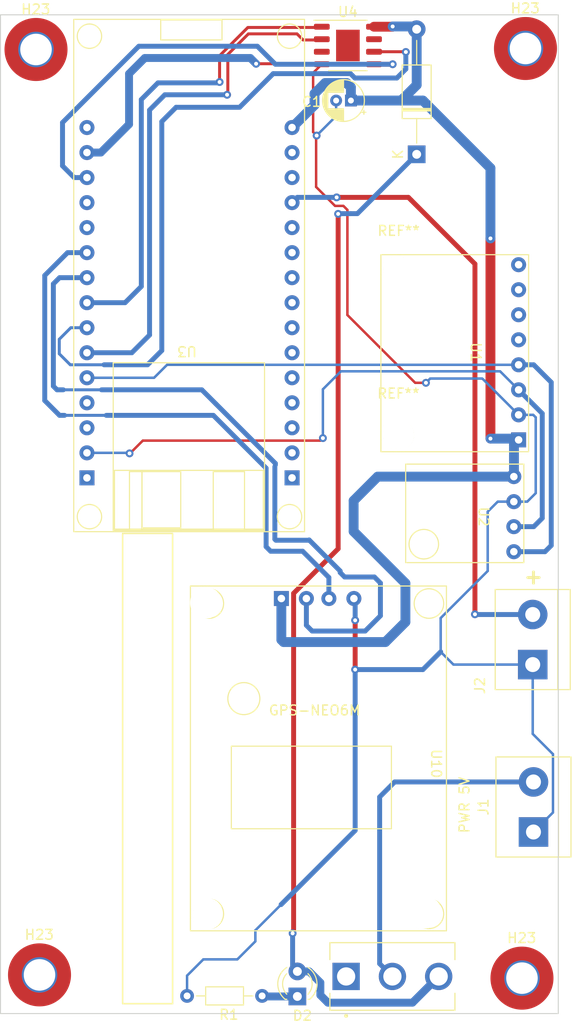
<source format=kicad_pcb>
(kicad_pcb (version 20211014) (generator pcbnew)
  (layers (0 "F.Cu" signal) (31 "B.Cu" signal) (34 "B.Paste" user) (35 "F.Paste" user) (36 "B.SilkS" user "B.Silkscreen") (37 "F.SilkS" user "F.Silkscreen") (38 "B.Mask" user) (39 "F.Mask" user) (44 "Edge.Cuts" user))
  (net 0 "")
  (net 1 "+5V")
  (net 2 "GND")
  (net 3 "Net-(D1-Pad1)")
  (net 4 "Net-(J1-Pad2)")
  (net 5 "SCL")
  (net 6 "SDA")
  (net 11 "CS")
  (net 12 "D0")
  (net 13 "~{CLK}")
  (net 14 "DI")
  (net 15 "CLK")
  (net 16 "~{HOLD}")
  (net 36 "ACTIVATE_EJECT")
  (net 38 "Net-(D2-Pad1)")
  (net 39 "GPS_TX")
  (net 40 "GPS_RX")
  (footprint "TerminalBlock:TerminalBlock_bornier-2_P5.08mm" (layer "F.Cu") (at 214.122 114.9096 90)
    (fp_text reference "J1" (at 2.54 -5.08 90) (layer "F.SilkS"))
    (fp_text value "PWR 5V" (at 2.7432 -7.0104 90) (layer "F.SilkS"))
    (fp_line (start -2.54 -3.81) (end -2.54 3.81) (layer "F.SilkS") (width 0.12))
    (fp_line (start 7.62 3.81) (end 7.62 -3.81) (layer "F.SilkS") (width 0.12))
    (fp_line (start 7.62 -3.81) (end -2.54 -3.81) (layer "F.SilkS") (width 0.12))
    (fp_line (start -2.54 3.81) (end 7.62 3.81) (layer "F.SilkS") (width 0.12))
    (fp_line (start 7.62 2.54) (end -2.54 2.54) (layer "F.SilkS") (width 0.12))
    (pad "1" thru_hole rect (at 0 0 90) (size 3 3) (drill 1.52) (layers *.Cu *.Mask) (net 2 "GND"))
    (pad "2" thru_hole circle (at 5.08 0 90) (size 3 3) (drill 1.52) (layers *.Cu *.Mask) (net 4 "Net-(J1-Pad2)"))
  )
  (footprint "MountingHole:MountingHole_3.2mm_M3_Pad_TopOnly" (layer "F.Cu") (at 163.957 129.413)
    (fp_text reference "H23" (at -0.0254 -4.073) (layer "F.SilkS"))
    (fp_text value "MountingHole_Pad" hide)
    (pad "1" connect circle (at 0 0) (size 6.4 6.4) (layers "F.Cu" "F.Mask"))
    (pad "1" thru_hole circle (at 0 0) (size 3.6 3.6) (drill 3.2) (layers *.Cu *.Mask))
  )
  (footprint "custom-footprints:GPS-NEO6M" (layer "F.Cu") (at 205.2828 89.9414 -90)
    (fp_text reference "U10" (at 18.034 1.04 -90 unlocked) (layer "F.SilkS"))
    (fp_text value "GPS-NEO6M" (at 12.6238 13.3858 unlocked) (layer "F.SilkS"))
    (fp_rect (start 16.256 5.588) (end 24.638 21.844) (layer "F.SilkS") (width 0.12) (fill none))
    (fp_rect (start 0 0) (end 35 26) (layer "F.SilkS") (width 0.12) (fill none))
    (fp_circle (center 1.778 1.778) (end 3.278 1.778) (layer "F.SilkS") (width 0.12) (fill none))
    (fp_circle (center 11.43 20.574) (end 12.7 21.59) (layer "F.SilkS") (width 0.12) (fill none))
    (fp_circle (center 33.274 1.778) (end 34.774 1.778) (layer "F.SilkS") (width 0.12) (fill none))
    (fp_circle (center 33.274 24.13) (end 34.774 24.13) (layer "F.SilkS") (width 0.12) (fill none))
    (fp_circle (center 1.778 24.13) (end 3.278 24.13) (layer "F.SilkS") (width 0.12) (fill none))
    (pad "1" thru_hole rect (at 1.27 16.764 270) (size 1.524 1.524) (drill 0.762) (layers *.Cu *.Mask) (net 1 "+5V"))
    (pad "2" thru_hole circle (at 1.27 14.224 270) (size 1.524 1.524) (drill 0.762) (layers *.Cu *.Mask) (net 40 "GPS_RX"))
    (pad "3" thru_hole circle (at 1.27 11.938 270) (size 1.524 1.524) (drill 0.762) (layers *.Cu *.Mask) (net 39 "GPS_TX"))
    (pad "4" thru_hole circle (at 1.27 9.398 270) (size 1.524 1.524) (drill 0.762) (layers *.Cu *.Mask) (net 2 "GND"))
  )
  (footprint "MountingHole:MountingHole_3.2mm_M3" (layer "F.Cu") (at 200.406 74.5998)
    (fp_text reference "REF**" (at 0 -4.2) (layer "F.SilkS"))
    (fp_text value "MountingHole_3.2mm_M3" hide)
    (pad "" np_thru_hole circle (at 0 0) (size 3.2 3.2) (drill 3.2) (layers *.Cu *.Mask))
  )
  (footprint "MountingHole:MountingHole_3.2mm_M3_Pad_TopOnly" (layer "F.Cu") (at 163.6014 35.4838)
    (fp_text reference "H23" (at -0.0254 -4.073) (layer "F.SilkS"))
    (fp_text value "MountingHole_Pad" hide)
    (pad "1" thru_hole circle (at 0 0) (size 3.6 3.6) (drill 3.2) (layers *.Cu *.Mask))
    (pad "1" connect circle (at 0 0) (size 6.4 6.4) (layers "F.Cu" "F.Mask"))
  )
  (footprint "MountingHole:MountingHole_3.2mm_M3_Pad_TopOnly" (layer "F.Cu") (at 213.3092 35.3822)
    (fp_text reference "H23" (at -0.0254 -4.073) (layer "F.SilkS"))
    (fp_text value "MountingHole_Pad" hide)
    (pad "1" connect circle (at 0 0) (size 6.4 6.4) (layers "F.Cu" "F.Mask"))
    (pad "1" thru_hole circle (at 0 0) (size 3.6 3.6) (drill 3.2) (layers *.Cu *.Mask))
  )
  (footprint "Capacitor_THT:CP_Radial_D4.0mm_P1.50mm" (layer "F.Cu") (at 195.58 40.6654 180)
    (fp_text reference "C1" (at 3.9878 -0.127) (layer "F.SilkS"))
    (fp_text value "100nF" hide)
    (fp_line (start 2.271 -1.438) (end 2.271 -0.84) (layer "F.SilkS") (width 0.12))
    (fp_line (start 2.351 -1.351) (end 2.351 1.351) (layer "F.SilkS") (width 0.12))
    (fp_line (start 2.591 -1.013) (end 2.591 1.013) (layer "F.SilkS") (width 0.12))
    (fp_line (start 1.631 0.84) (end 1.631 1.889) (layer "F.SilkS") (width 0.12))
    (fp_line (start 2.391 -1.304) (end 2.391 1.304) (layer "F.SilkS") (width 0.12))
    (fp_line (start 1.751 -1.83) (end 1.751 -0.84) (layer "F.SilkS") (width 0.12))
    (fp_line (start 1.991 -1.68) (end 1.991 -0.84) (layer "F.SilkS") (width 0.12))
    (fp_line (start 2.031 0.84) (end 2.031 1.65) (layer "F.SilkS") (width 0.12))
    (fp_line (start 0.79 -2.08) (end 0.79 -0.84) (layer "F.SilkS") (width 0.12))
    (fp_line (start -1.319801 -1.395) (end -1.319801 -0.995) (layer "F.SilkS") (width 0.12))
    (fp_line (start 1.07 -2.056) (end 1.07 -0.84) (layer "F.SilkS") (width 0.12))
    (fp_line (start 1.03 0.84) (end 1.03 2.062) (layer "F.SilkS") (width 0.12))
    (fp_line (start 1.23 0.84) (end 1.23 2.025) (layer "F.SilkS") (width 0.12))
    (fp_line (start 1.39 0.84) (end 1.39 1.982) (layer "F.SilkS") (width 0.12))
    (fp_line (start 0.95 0.84) (end 0.95 2.071) (layer "F.SilkS") (width 0.12))
    (fp_line (start 1.11 0.84) (end 1.11 2.05) (layer "F.SilkS") (width 0.12))
    (fp_line (start 1.671 0.84) (end 1.671 1.87) (layer "F.SilkS") (width 0.12))
    (fp_line (start 1.711 -1.851) (end 1.711 -0.84) (layer "F.SilkS") (width 0.12))
    (fp_line (start 2.471 -1.2) (end 2.471 1.2) (layer "F.SilkS") (width 0.12))
    (fp_line (start 1.43 -1.968) (end 1.43 -0.84) (layer "F.SilkS") (width 0.12))
    (fp_line (start 1.31 0.84) (end 1.31 2.005) (layer "F.SilkS") (width 0.12))
    (fp_line (start 1.43 0.84) (end 1.43 1.968) (layer "F.SilkS") (width 0.12))
    (fp_line (start 2.151 -1.552) (end 2.151 -0.84) (layer "F.SilkS") (width 0.12))
    (fp_line (start 2.751 -0.664) (end 2.751 0.664) (layer "F.SilkS") (width 0.12))
    (fp_line (start 0.91 -2.074) (end 0.91 -0.84) (layer "F.SilkS") (width 0.12))
    (fp_line (start 2.671 -0.859) (end 2.671 0.859) (layer "F.SilkS") (width 0.12))
    (fp_line (start 1.511 0.84) (end 1.511 1.94) (layer "F.SilkS") (width 0.12))
    (fp_line (start 1.15 0.84) (end 1.15 2.042) (layer "F.SilkS") (width 0.12))
    (fp_line (start 1.911 -1.735) (end 1.911 -0.84) (layer "F.SilkS") (width 0.12))
    (fp_line (start 1.631 -1.889) (end 1.631 -0.84) (layer "F.SilkS") (width 0.12))
    (fp_line (start 1.19 -2.034) (end 1.19 -0.84) (layer "F.SilkS") (width 0.12))
    (fp_line (start 0.95 -2.071) (end 0.95 -0.84) (layer "F.SilkS") (width 0.12))
    (fp_line (start 1.35 0.84) (end 1.35 1.994) (layer "F.SilkS") (width 0.12))
    (fp_line (start 2.111 0.84) (end 2.111 1.587) (layer "F.SilkS") (width 0.12))
    (fp_line (start 0.99 0.84) (end 0.99 2.067) (layer "F.SilkS") (width 0.12))
    (fp_line (start 1.07 0.84) (end 1.07 2.056) (layer "F.SilkS") (width 0.12))
    (fp_line (start 1.951 -1.708) (end 1.951 -0.84) (layer "F.SilkS") (width 0.12))
    (fp_line (start 1.951 0.84) (end 1.951 1.708) (layer "F.SilkS") (width 0.12))
    (fp_line (start 1.471 0.84) (end 1.471 1.954) (layer "F.SilkS") (width 0.12))
    (fp_line (start 1.23 -2.025) (end 1.23 -0.84) (layer "F.SilkS") (width 0.12))
    (fp_line (start 1.31 -2.005) (end 1.31 -0.84) (layer "F.SilkS") (width 0.12))
    (fp_line (start 1.831 -1.785) (end 1.831 -0.84) (layer "F.SilkS") (width 0.12))
    (fp_line (start 1.11 -2.05) (end 1.11 -0.84) (layer "F.SilkS") (width 0.12))
    (fp_line (start 2.231 -1.478) (end 2.231 -0.84) (layer "F.SilkS") (width 0.12))
    (fp_line (start 2.711 -0.768) (end 2.711 0.768) (layer "F.SilkS") (width 0.12))
    (fp_line (start 1.39 -1.982) (end 1.39 -0.84) (layer "F.SilkS") (width 0.12))
    (fp_line (start 2.191 0.84) (end 2.191 1.516) (layer "F.SilkS") (width 0.12))
    (fp_line (start 0.75 0.84) (end 0.75 2.08) (layer "F.SilkS") (width 0.12))
    (fp_line (start 2.271 0.84) (end 2.271 1.438) (layer "F.SilkS") (width 0.12))
    (fp_line (start 1.671 -1.87) (end 1.671 -0.84) (layer "F.SilkS") (width 0.12))
    (fp_line (start 2.311 -1.396) (end 2.311 -0.84) (layer "F.SilkS") (width 0.12))
    (fp_line (start 2.791 -0.537) (end 2.791 0.537) (layer "F.SilkS") (width 0.12))
    (fp_line (start 1.591 0.84) (end 1.591 1.907) (layer "F.SilkS") (width 0.12))
    (fp_line (start 0.99 -2.067) (end 0.99 -0.84) (layer "F.SilkS") (width 0.12))
    (fp_line (start 2.071 -1.619) (end 2.071 -0.84) (layer "F.SilkS") (width 0.12))
    (fp_line (start 0.83 0.84) (end 0.83 2.079) (layer "F.SilkS") (width 0.12))
    (fp_line (start 1.991 0.84) (end 1.991 1.68) (layer "F.SilkS") (width 0.12))
    (fp_line (start 1.03 -2.062) (end 1.03 -0.84) (layer "F.SilkS") (width 0.12))
    (fp_line (start 1.711 0.84) (end 1.711 1.851) (layer "F.SilkS") (width 0.12))
    (fp_line (start 0.79 0.84) (end 0.79 2.08) (layer "F.SilkS") (width 0.12))
    (fp_line (start 1.27 -2.016) (end 1.27 -0.84) (layer "F.SilkS") (width 0.12))
    (fp_line (start 2.071 0.84) (end 2.071 1.619) (layer "F.SilkS") (width 0.12))
    (fp_line (start 2.831 -0.37) (end 2.831 0.37) (layer "F.SilkS") (width 0.12))
    (fp_line (start 2.311 0.84) (end 2.311 1.396) (layer "F.SilkS") (width 0.12))
    (fp_line (start 2.231 0.84) (end 2.231 1.478) (layer "F.SilkS") (width 0.12))
    (fp_line (start 1.791 0.84) (end 1.791 1.808) (layer "F.SilkS") (width 0.12))
    (fp_line (start 1.471 -1.954) (end 1.471 -0.84) (layer "F.SilkS") (width 0.12))
    (fp_line (start 2.511 -1.142) (end 2.511 1.142) (layer "F.SilkS") (width 0.12))
    (fp_line (start 1.551 -1.924) (end 1.551 -0.84) (layer "F.SilkS") (width 0.12))
    (fp_line (start 2.111 -1.587) (end 2.111 -0.84) (layer "F.SilkS") (width 0.12))
    (fp_line (start 2.631 -0.94) (end 2.631 0.94) (layer "F.SilkS") (width 0.12))
    (fp_line (start 1.831 0.84) (end 1.831 1.785) (layer "F.SilkS") (width 0.12))
    (fp_line (start 1.871 0.84) (end 1.871 1.76) (layer "F.SilkS") (width 0.12))
    (fp_line (start -1.519801 -1.195) (end -1.119801 -1.195) (layer "F.SilkS") (width 0.12))
    (fp_line (start 1.871 -1.76) (end 1.871 -0.84) (layer "F.SilkS") (width 0.12))
    (fp_line (start 1.751 0.84) (end 1.751 1.83) (layer "F.SilkS") (width 0.12))
    (fp_line (start 2.551 -1.08) (end 2.551 1.08) (layer "F.SilkS") (width 0.12))
    (fp_line (start 2.191 -1.516) (end 2.191 -0.84) (layer "F.SilkS") (width 0.12))
    (fp_line (start 0.75 -2.08) (end 0.75 -0.84) (layer "F.SilkS") (width 0.12))
    (fp_line (start 1.27 0.84) (end 1.27 2.016) (layer "F.SilkS") (width 0.12))
    (fp_line (start 2.431 -1.254) (end 2.431 1.254) (layer "F.SilkS") (width 0.12))
    (fp_line (start 0.87 -2.077) (end 0.87 -0.84) (layer "F.SilkS") (width 0.12))
    (fp_line (start 1.511 -1.94) (end 1.511 -0.84) (layer "F.SilkS") (width 0.12))
    (fp_line (start 1.15 -2.042) (end 1.15 -0.84) (layer "F.SilkS") (width 0.12))
    (fp_line (start 0.83 -2.079) (end 0.83 -0.84) (layer "F.SilkS") (width 0.12))
    (fp_line (start 0.91 0.84) (end 0.91 2.074) (layer "F.SilkS") (width 0.12))
    (fp_line (start 1.591 -1.907) (end 1.591 -0.84) (layer "F.SilkS") (width 0.12))
    (fp_line (start 1.911 0.84) (end 1.911 1.735) (layer "F.SilkS") (width 0.12))
    (fp_line (start 1.551 0.84) (end 1.551 1.924) (layer "F.SilkS") (width 0.12))
    (fp_line (start 2.031 -1.65) (end 2.031 -0.84) (layer "F.SilkS") (width 0.12))
    (fp_line (start 2.151 0.84) (end 2.151 1.552) (layer "F.SilkS") (width 0.12))
    (fp_line (start 1.791 -1.808) (end 1.791 -0.84) (layer "F.SilkS") (width 0.12))
    (fp_line (start 1.19 0.84) (end 1.19 2.034) (layer "F.SilkS") (width 0.12))
    (fp_line (start 1.35 -1.994) (end 1.35 -0.84) (layer "F.SilkS") (width 0.12))
    (fp_line (start 0.87 0.84) (end 0.87 2.077) (layer "F.SilkS") (width 0.12))
    (fp_circle (center 0.75 0) (end 2.87 0) (layer "F.SilkS") (width 0.12) (fill none))
    (pad "1" thru_hole rect (at 0 0 180) (size 1.2 1.2) (drill 0.6) (layers *.Cu *.Mask) (net 1 "+5V"))
    (pad "2" thru_hole circle (at 1.5 0 180) (size 1.2 1.2) (drill 0.6) (layers *.Cu *.Mask) (net 2 "GND"))
  )
  (footprint "custom-footprints:ESP32_DEVKIT" (layer "F.Cu") (at 190.8728 84.4266 180)
    (fp_text reference "U3" (at 11.938 18.312 180 unlocked) (layer "F.SilkS"))
    (fp_text value "ESP32_DEVKIT")
    (fp_rect (start 0 0) (end 23.44 52) (layer "F.SilkS") (width 0.12) (fill none))
    (fp_rect (start 8.382 51.943) (end 14.605 49.911) (layer "F.SilkS") (width 0.12) (fill none))
    (fp_rect (start 4.064 0.127) (end 19.431 17.145) (layer "F.SilkS") (width 0.12) (fill none))
    (fp_rect (start 16.51 0.254) (end 17.78 6.096) (layer "F.SilkS") (width 0.12) (fill none))
    (fp_rect (start 12.573 0.381) (end 16.51 6.096) (layer "F.SilkS") (width 0.12) (fill none))
    (fp_rect (start 4.191 0.254) (end 19.304 6.223) (layer "F.SilkS") (width 0.12) (fill none))
    (fp_rect (start 6.096 0.254) (end 9.271 6.096) (layer "F.SilkS") (width 0.12) (fill none))
    (fp_circle (center 1.524 1.524) (end 0.66181 2.413) (layer "F.SilkS") (width 0.12) (fill none))
    (fp_circle (center 21.844 1.524) (end 20.98181 2.413) (layer "F.SilkS") (width 0.12) (fill none))
    (fp_circle (center 21.844 50.292) (end 20.98181 51.181) (layer "F.SilkS") (width 0.12) (fill none))
    (fp_circle (center 1.524 50.292) (end 0.66181 51.181) (layer "F.SilkS") (width 0.12) (fill none))
    (pad "1" thru_hole circle (at 1.27 38.481 180) (size 1.524 1.524) (drill 0.762) (layers *.Cu *.Mask))
    (pad "2" thru_hole rect (at 1.27 5.461 180) (size 1.524 1.524) (drill oval 0.762) (layers *.Cu *.Mask))
    (pad "3" thru_hole circle (at 1.27 8.001 180) (size 1.524 1.524) (drill 0.762) (layers *.Cu *.Mask))
    (pad "4" thru_hole circle (at 1.27 10.541 180) (size 1.524 1.524) (drill 0.762) (layers *.Cu *.Mask))
    (pad "5" thru_hole circle (at 1.27 13.081 180) (size 1.524 1.524) (drill 0.762) (layers *.Cu *.Mask))
    (pad "6" thru_hole circle (at 1.27 15.621 180) (size 1.524 1.524) (drill 0.762) (layers *.Cu *.Mask))
    (pad "7" thru_hole circle (at 1.27 18.161 180) (size 1.524 1.524) (drill 0.762) (layers *.Cu *.Mask))
    (pad "8" thru_hole circle (at 1.27 20.701 180) (size 1.524 1.524) (drill 0.762) (layers *.Cu *.Mask))
    (pad "9" thru_hole circle (at 1.27 23.241 180) (size 1.524 1.524) (drill 0.762) (layers *.Cu *.Mask))
    (pad "10" thru_hole circle (at 1.27 25.781 180) (size 1.524 1.524) (drill 0.762) (layers *.Cu *.Mask))
    (pad "11" thru_hole circle (at 1.27 28.321 180) (size 1.524 1.524) (drill 0.762) (layers *.Cu *.Mask))
    (pad "12" thru_hole circle (at 1.27 30.861 180) (size 1.524 1.524) (drill 0.762) (layers *.Cu *.Mask))
    (pad "13" thru_hole circle (at 1.27 33.401 180) (size 1.524 1.524) (drill 0.762) (layers *.Cu *.Mask) (net 36 "ACTIVATE_EJECT"))
    (pad "14" thru_hole circle (at 1.27 35.941 180) (size 1.524 1.524) (drill 0.762) (layers *.Cu *.Mask))
    (pad "16" thru_hole circle (at 1.27 41.021 180) (size 1.524 1.524) (drill 0.762) (layers *.Cu *.Mask) (net 1 "+5V"))
    (pad "24" thru_hole circle (at 22.098 41.021 180) (size 1.524 1.524) (drill 0.762) (layers *.Cu *.Mask))
    (pad "25" thru_hole circle (at 22.098 38.481 180) (size 1.524 1.524) (drill 0.762) (layers *.Cu *.Mask) (net 2 "GND"))
    (pad "26" thru_hole circle (at 22.098 35.941 180) (size 1.524 1.524) (drill 0.762) (layers *.Cu *.Mask) (net 14 "DI"))
    (pad "27" thru_hole circle (at 22.098 33.401 180) (size 1.524 1.524) (drill 0.762) (layers *.Cu *.Mask))
    (pad "28" thru_hole circle (at 22.098 30.861 180) (size 1.524 1.524) (drill 0.762) (layers *.Cu *.Mask))
    (pad "29" thru_hole circle (at 22.098 28.321 180) (size 1.524 1.524) (drill 0.762) (layers *.Cu *.Mask) (net 39 "GPS_TX"))
    (pad "30" thru_hole circle (at 22.098 25.781 180) (size 1.524 1.524) (drill 0.762) (layers *.Cu *.Mask) (net 40 "GPS_RX"))
    (pad "31" thru_hole circle (at 22.098 23.241 180) (size 1.524 1.524) (drill 0.762) (layers *.Cu *.Mask) (net 11 "CS"))
    (pad "32" thru_hole circle (at 22.098 20.701 180) (size 1.524 1.524) (drill 0.762) (layers *.Cu *.Mask) (net 15 "CLK"))
    (pad "33" thru_hole circle (at 22.098 18.161 180) (size 1.524 1.524) (drill 0.762) (layers *.Cu *.Mask) (net 12 "D0"))
    (pad "34" thru_hole circle (at 22.098 15.621 180) (size 1.524 1.524) (drill 0.762) (layers *.Cu *.Mask) (net 6 "SDA"))
    (pad "35" thru_hole circle (at 22.098 13.081 180) (size 1.524 1.524) (drill 0.762) (layers *.Cu *.Mask))
    (pad "36" thru_hole circle (at 22.098 10.541 180) (size 1.524 1.524) (drill 0.762) (layers *.Cu *.Mask))
    (pad "37" thru_hole circle (at 22.098 8.001 180) (size 1.524 1.524) (drill 0.762) (layers *.Cu *.Mask) (net 5 "SCL"))
    (pad "38" thru_hole rect (at 22.098 5.461 180) (size 1.524 1.524) (drill 0.762) (layers *.Cu *.Mask))
  )
  (footprint "Diode_THT:D_A-405_P12.70mm_Horizontal" (layer "F.Cu") (at 202.2602 46.1264 90)
    (fp_text reference "D1" hide)
    (fp_text value "DIODE")
    (fp_text user "K" (at 0 -1.9 90) (layer "F.SilkS"))
    (fp_line (start 3.63 1.47) (end 9.07 1.47) (layer "F.SilkS") (width 0.12))
    (fp_line (start 4.41 -1.47) (end 4.41 1.47) (layer "F.SilkS") (width 0.12))
    (fp_line (start 4.53 -1.47) (end 4.53 1.47) (layer "F.SilkS") (width 0.12))
    (fp_line (start 4.65 -1.47) (end 4.65 1.47) (layer "F.SilkS") (width 0.12))
    (fp_line (start 3.63 -1.47) (end 3.63 1.47) (layer "F.SilkS") (width 0.12))
    (fp_line (start 1.14 0) (end 3.63 0) (layer "F.SilkS") (width 0.12))
    (fp_line (start 11.56 0) (end 9.07 0) (layer "F.SilkS") (width 0.12))
    (fp_line (start 9.07 -1.47) (end 3.63 -1.47) (layer "F.SilkS") (width 0.12))
    (fp_line (start 9.07 1.47) (end 9.07 -1.47) (layer "F.SilkS") (width 0.12))
    (pad "1" thru_hole rect (at 0 0 90) (size 1.8 1.8) (drill 0.9) (layers *.Cu *.Mask) (net 3 "Net-(D1-Pad1)"))
    (pad "2" thru_hole oval (at 12.7 0 90) (size 1.8 1.8) (drill 0.9) (layers *.Cu *.Mask) (net 1 "+5V"))
  )
  (footprint "TerminalBlock:TerminalBlock_bornier-2_P5.08mm" (layer "F.Cu") (at 214.0458 97.917 90)
    (fp_text reference "J2" (at -2.1336 -5.3594 90) (layer "F.SilkS"))
    (fp_text value "Screw_Terminal_01x02" hide)
    (fp_line (start -2.54 -3.81) (end -2.54 3.81) (layer "F.SilkS") (width 0.12))
    (fp_line (start 7.62 2.54) (end -2.54 2.54) (layer "F.SilkS") (width 0.12))
    (fp_line (start 7.62 -3.81) (end -2.54 -3.81) (layer "F.SilkS") (width 0.12))
    (fp_line (start 7.62 3.81) (end 7.62 -3.81) (layer "F.SilkS") (width 0.12))
    (fp_line (start -2.54 3.81) (end 7.62 3.81) (layer "F.SilkS") (width 0.12))
    (pad "1" thru_hole rect (at 0 0 90) (size 3 3) (drill 1.52) (layers *.Cu *.Mask) (net 2 "GND"))
    (pad "2" thru_hole circle (at 5.08 0 90) (size 3 3) (drill 1.52) (layers *.Cu *.Mask) (net 36 "ACTIVATE_EJECT"))
  )
  (footprint "MountingHole:MountingHole_3.2mm_M3" (layer "F.Cu") (at 200.4314 58.0898)
    (fp_text reference "REF**" (at 0 -4.2) (layer "F.SilkS"))
    (fp_text value "MountingHole_3.2mm_M3" hide)
    (pad "" np_thru_hole circle (at 0 0) (size 3.2 3.2) (drill 3.2) (layers *.Cu *.Mask))
  )
  (footprint "Package_SO:HTSOP-8-1EP_3.9x4.9mm_P1.27mm_EP2.4x3.2mm" (layer "F.Cu") (at 195.2752 35.0774)
    (fp_text reference "U4" (at 0 -3.4) (layer "F.SilkS"))
    (fp_text value "W25Q64FV_Winbond_Flash_Memory" hide)
    (fp_line (start 0 -2.56) (end -3.45 -2.56) (layer "F.SilkS") (width 0.12))
    (fp_line (start 0 2.56) (end -1.95 2.56) (layer "F.SilkS") (width 0.12))
    (fp_line (start 0 -2.56) (end 1.95 -2.56) (layer "F.SilkS") (width 0.12))
    (fp_line (start 0 2.56) (end 1.95 2.56) (layer "F.SilkS") (width 0.12))
    (pad "1" smd roundrect (at -2.65 -1.905) (size 1.6 0.6) (layers "F.Cu" "F.Paste" "F.Mask") (net 11 "CS"))
    (pad "2" smd roundrect (at -2.65 -0.635) (size 1.6 0.6) (layers "F.Cu" "F.Paste" "F.Mask") (net 12 "D0"))
    (pad "3" smd roundrect (at -2.65 0.635) (size 1.6 0.6) (layers "F.Cu" "F.Paste" "F.Mask") (net 13 "~{CLK}"))
    (pad "4" smd roundrect (at -2.65 1.905) (size 1.6 0.6) (layers "F.Cu" "F.Paste" "F.Mask") (net 2 "GND"))
    (pad "5" smd roundrect (at 2.65 1.905) (size 1.6 0.6) (layers "F.Cu" "F.Paste" "F.Mask") (net 14 "DI"))
    (pad "6" smd roundrect (at 2.65 0.635) (size 1.6 0.6) (layers "F.Cu" "F.Paste" "F.Mask") (net 15 "CLK"))
    (pad "7" smd roundrect (at 2.65 -0.635) (size 1.6 0.6) (layers "F.Cu" "F.Paste" "F.Mask") (net 16 "~{HOLD}"))
    (pad "8" smd roundrect (at 2.65 -1.905) (size 1.6 0.6) (layers "F.Cu" "F.Paste" "F.Mask") (net 1 "+5V"))
    (pad "9" smd rect (at 0 0) (size 2.4 3.2) (layers "F.Cu" "F.Mask"))
  )
  (footprint "spdt_toggle_switch:SW_100SP1T1B4M2QE" (layer "F.Cu") (at 199.7964 129.5719 90)
    (fp_text reference "S1" hide)
    (fp_text value "100SP1T1B4M2QE" hide)
    (fp_line (start 3.43 -6.35) (end 1.71 -6.35) (layer "F.SilkS") (width 0.127))
    (fp_line (start -1.71 -6.35) (end -3.43 -6.35) (layer "F.SilkS") (width 0.127))
    (fp_line (start -3.43 6.35) (end -3.43 -6.35) (layer "F.SilkS") (width 0.127))
    (fp_line (start 3.43 6.35) (end 1.71 6.35) (layer "F.SilkS") (width 0.127))
    (fp_line (start 3.43 -6.35) (end 3.43 6.35) (layer "F.SilkS") (width 0.127))
    (fp_line (start -1.71 6.35) (end -3.43 6.35) (layer "F.SilkS") (width 0.127))
    (fp_circle (center -4 -4.7) (end -3.9 -4.7) (layer "F.SilkS") (width 0.2) (fill none))
    (pad "1" thru_hole rect locked (at 0 -4.7 90) (size 2.775 2.775) (drill 1.85) (layers *.Cu *.Mask))
    (pad "2" thru_hole circle locked (at 0 0 90) (size 2.775 2.775) (drill 1.85) (layers *.Cu *.Mask) (net 4 "Net-(J1-Pad2)"))
    (pad "3" thru_hole circle locked (at 0 4.7 90) (size 2.775 2.775) (drill 1.85) (layers *.Cu *.Mask) (net 3 "Net-(D1-Pad1)"))
  )
  (footprint "MountingHole:MountingHole_3.2mm_M3" (layer "F.Cu") (at 180.848 91.6432)
    (fp_text reference "REF**" hide)
    (fp_text value "MountingHole_3.2mm_M3" hide)
    (pad "" np_thru_hole circle (at 0 0) (size 3.2 3.2) (drill 3.2) (layers *.Cu *.Mask))
  )
  (footprint "MountingHole:MountingHole_3.2mm_M3_Pad_TopOnly" (layer "F.Cu") (at 212.9536 129.7432)
    (fp_text reference "H23" (at -0.0254 -4.073) (layer "F.SilkS"))
    (fp_text value "MountingHole_Pad" hide)
    (pad "1" thru_hole circle (at 0 0) (size 3.6 3.6) (drill 3.2) (layers *.Cu *.Mask))
    (pad "1" connect circle (at 0 0) (size 6.4 6.4) (layers "F.Cu" "F.Mask"))
  )
  (footprint "MountingHole:MountingHole_3.2mm_M3" (layer "F.Cu") (at 180.975 123.2154)
    (fp_text reference "REF**" hide)
    (fp_text value "MountingHole_3.2mm_M3" hide)
    (pad "" np_thru_hole circle (at 0 0) (size 3.2 3.2) (drill 3.2) (layers *.Cu *.Mask))
  )
  (footprint "custom-footprints:BMP180" (layer "F.Cu") (at 213.1436 77.5688 -90)
    (fp_text reference "U2" (at 5.334 4.088 -90 unlocked) (layer "F.SilkS"))
    (fp_text value "BMP180")
    (fp_rect (start 0 0) (end 10 12) (layer "F.SilkS") (width 0.12) (fill none))
    (fp_circle (center 8.128 10.16) (end 9.628 10.16) (layer "F.SilkS") (width 0.12) (fill none))
    (pad "1" thru_hole circle (at 8.89 1.016 270) (size 1.524 1.524) (drill 0.762) (layers *.Cu *.Mask) (net 6 "SDA"))
    (pad "2" thru_hole circle (at 6.35 1.016 270) (size 1.524 1.524) (drill 0.762) (layers *.Cu *.Mask) (net 5 "SCL"))
    (pad "3" thru_hole circle (at 3.81 1.016 270) (size 1.524 1.524) (drill 0.762) (layers *.Cu *.Mask) (net 2 "GND"))
    (pad "4" thru_hole circle (at 1.27 1.016 270) (size 1.524 1.524) (drill 0.762) (layers *.Cu *.Mask) (net 1 "+5V"))
  )
  (footprint "custom-footprints:MPU6050" (layer "F.Cu") (at 213.6276 56.3128 -90)
    (fp_text reference "U1" (at 9.906 5.358 -90 unlocked) (layer "F.SilkS"))
    (fp_text value "MPU6050")
    (fp_rect (start 0 0) (end 20 15) (layer "F.SilkS") (width 0.12) (fill none))
    (fp_circle (center 18.288 13.184) (end 19.788 13.184) (layer "F.SilkS") (width 0.12) (fill none))
    (fp_circle (center 1.778 13.208) (end 3.278 13.208) (layer "F.SilkS") (width 0.12) (fill none))
    (pad "1" thru_hole rect (at 18.796 1.016 270) (size 1.524 1.524) (drill 0.762) (layers *.Cu *.Mask) (net 1 "+5V"))
    (pad "2" thru_hole circle (at 16.256 1.016 270) (size 1.524 1.524) (drill 0.762) (layers *.Cu *.Mask) (net 2 "GND"))
    (pad "3" thru_hole circle (at 13.716 1.016 270) (size 1.524 1.524) (drill 0.762) (layers *.Cu *.Mask) (net 5 "SCL"))
    (pad "4" thru_hole circle (at 11.176 1.016 270) (size 1.524 1.524) (drill 0.762) (layers *.Cu *.Mask) (net 6 "SDA"))
    (pad "5" thru_hole circle (at 8.636 1.016 270) (size 1.524 1.524) (drill 0.762) (layers *.Cu *.Mask))
    (pad "6" thru_hole circle (at 6.096 1.016 270) (size 1.524 1.524) (drill 0.762) (layers *.Cu *.Mask))
    (pad "7" thru_hole circle (at 3.556 1.016 270) (size 1.524 1.524) (drill 0.762) (layers *.Cu *.Mask))
    (pad "8" thru_hole circle (at 1.016 1.016 270) (size 1.524 1.524) (drill 0.762) (layers *.Cu *.Mask))
  )
  (footprint "LED_THT:LED_D3.0mm" (layer "F.Cu") (at 190.1444 131.6024 90)
    (fp_text reference "D2" (at -1.9508 0.508 180) (layer "F.SilkS"))
    (fp_text value "LED")
    (fp_line (start -0.29 -1.236) (end -0.29 -1.08) (layer "F.SilkS") (width 0.12))
    (fp_line (start -0.29 1.08) (end -0.29 1.236) (layer "F.SilkS") (width 0.12))
    (fp_arc (start 2.942335 1.078608) (mid 1.366487 1.987659) (end -0.29 1.235516) (layer "F.SilkS") (width 0.12))
    (fp_arc (start -0.29 -1.235516) (mid 1.366487 -1.987659) (end 2.942335 -1.078608) (layer "F.SilkS") (width 0.12))
    (fp_arc (start 2.31113 1.079837) (mid 1.270117 1.5) (end 0.229039 1.08) (layer "F.SilkS") (width 0.12))
    (fp_arc (start 0.229039 -1.08) (mid 1.270117 -1.5) (end 2.31113 -1.079837) (layer "F.SilkS") (width 0.12))
    (pad "1" thru_hole rect (at 0 0 90) (size 1.8 1.8) (drill 0.9) (layers *.Cu *.Mask) (net 38 "Net-(D2-Pad1)"))
    (pad "2" thru_hole circle (at 2.54 0 90) (size 1.8 1.8) (drill 0.9) (layers *.Cu *.Mask) (net 3 "Net-(D1-Pad1)"))
  )
  (footprint "MountingHole:MountingHole_3.2mm_M3" (layer "F.Cu") (at 203.2 123.0884)
    (fp_text reference "REF**" hide)
    (fp_text value "MountingHole_3.2mm_M3" hide)
    (pad "" np_thru_hole circle (at 0 0) (size 3.2 3.2) (drill 3.2) (layers *.Cu *.Mask))
  )
  (footprint "Resistor_THT:R_Axial_DIN0204_L3.6mm_D1.6mm_P7.62mm_Horizontal" (layer "F.Cu") (at 186.563 131.5466 180)
    (fp_text reference "R1" (at 3.3782 -1.905) (layer "F.SilkS"))
    (fp_text value "R")
    (fp_line (start 1.89 0.92) (end 5.73 0.92) (layer "F.SilkS") (width 0.12))
    (fp_line (start 0.94 0) (end 1.89 0) (layer "F.SilkS") (width 0.12))
    (fp_line (start 6.68 0) (end 5.73 0) (layer "F.SilkS") (width 0.12))
    (fp_line (start 5.73 0.92) (end 5.73 -0.92) (layer "F.SilkS") (width 0.12))
    (fp_line (start 1.89 -0.92) (end 1.89 0.92) (layer "F.SilkS") (width 0.12))
    (fp_line (start 5.73 -0.92) (end 1.89 -0.92) (layer "F.SilkS") (width 0.12))
    (pad "1" thru_hole circle (at 0 0 180) (size 1.4 1.4) (drill 0.7) (layers *.Cu *.Mask) (net 38 "Net-(D2-Pad1)"))
    (pad "2" thru_hole oval (at 7.62 0 180) (size 1.4 1.4) (drill 0.7) (layers *.Cu *.Mask) (net 2 "GND"))
  )
  (gr_poly (pts (xy 177.4698 132.334) (xy 172.3966 132.334) (xy 172.3966 84.6074) (xy 177.4698 84.6074)) (layer "F.SilkS") (width 0.15) (fill none))
  (gr_rect (start 159.9946 31.9639) (end 216.6418 133.3393) (layer "Edge.Cuts") (width 0.1) (fill none))
  (gr_text "+" (at 214.122 88.9762) (layer "F.SilkS") (effects (font (size 1.5 1.5) (thickness 0.3)) (justify mirror)))
  (segment (start 197.9252 33.1724) (end 199.7964 33.1724) (width 1) (layer "F.Cu") (net 1))
  (segment (start 209.7532 54.6608) (end 209.7532 74.9808) (width 1) (layer "F.Cu") (net 1))
  (segment (start 199.7964 33.1724) (end 199.8218 33.147) (width 1) (layer "F.Cu") (net 1))
  (via (at 199.8218 33.147) (size 0.8) (drill 0.4) (layers "F.Cu" "B.Cu") (net 1))
  (via (at 209.7532 54.6608) (size 0.8) (drill 0.4) (layers "F.Cu" "B.Cu") (net 1))
  (via (at 209.7532 74.9808) (size 0.8) (drill 0.4) (layers "F.Cu" "B.Cu") (net 1))
  (segment (start 195.58 39.3192) (end 195.58 40.6654) (width 1) (layer "B.Cu") (net 1))
  (segment (start 201.9808 33.147) (end 202.2602 33.4264) (width 1) (layer "B.Cu") (net 1))
  (segment (start 202.2602 33.4264) (end 202.2602 39.0906) (width 1) (layer "B.Cu") (net 1))
  (segment (start 195.8576 81.2818) (end 195.8576 84.4024) (width 1) (layer "B.Cu") (net 1))
  (segment (start 195.1482 38.8874) (end 195.58 39.3192) (width 1) (layer "B.Cu") (net 1))
  (segment (start 199.8218 33.147) (end 201.9808 33.147) (width 1) (layer "B.Cu") (net 1))
  (segment (start 198.3006 78.8388) (end 195.8576 81.2818) (width 1) (layer "B.Cu") (net 1))
  (segment (start 212.1276 78.8388) (end 198.3006 78.8388) (width 1) (layer "B.Cu") (net 1))
  (segment (start 212.6116 75.1088) (end 212.1408 75.5796) (width 1) (layer "B.Cu") (net 1))
  (segment (start 201.1172 93.599) (end 199.0852 95.631) (width 1) (layer "B.Cu") (net 1))
  (segment (start 212.1408 75.5796) (end 212.1408 78.8256) (width 1) (layer "B.Cu") (net 1))
  (segment (start 212.1408 78.8256) (end 212.1276 78.8388) (width 1) (layer "B.Cu") (net 1))
  (segment (start 191.8858 41.1226) (end 191.8858 39.9654) (width 1) (layer "B.Cu") (net 1))
  (segment (start 202.8952 40.6654) (end 209.7532 47.5234) (width 1) (layer "B.Cu") (net 1))
  (segment (start 200.6854 40.6654) (end 202.8952 40.6654) (width 1) (layer "B.Cu") (net 1))
  (segment (start 189.6028 43.4056) (end 191.8858 41.1226) (width 1) (layer "B.Cu") (net 1))
  (segment (start 212.4836 74.9808) (end 212.6116 75.1088) (width 1) (layer "B.Cu") (net 1))
  (segment (start 188.7474 95.631) (end 188.5188 95.4024) (width 1) (layer "B.Cu") (net 1))
  (segment (start 200.6854 40.6654) (end 195.58 40.6654) (width 1) (layer "B.Cu") (net 1))
  (segment (start 195.8576 84.4024) (end 201.1172 89.662) (width 1) (layer "B.Cu") (net 1))
  (segment (start 202.2602 39.0906) (end 200.6854 40.6654) (width 1) (layer "B.Cu") (net 1))
  (segment (start 209.7532 47.5234) (end 209.7532 54.6608) (width 1) (layer "B.Cu") (net 1))
  (segment (start 199.0852 95.631) (end 188.7474 95.631) (width 1) (layer "B.Cu") (net 1))
  (segment (start 191.8858 39.9654) (end 192.9638 38.8874) (width 1) (layer "B.Cu") (net 1))
  (segment (start 188.5188 95.4024) (end 188.5188 91.2114) (width 1) (layer "B.Cu") (net 1))
  (segment (start 209.7532 74.9808) (end 212.4836 74.9808) (width 1) (layer "B.Cu") (net 1))
  (segment (start 192.9638 38.8874) (end 195.1482 38.8874) (width 1) (layer "B.Cu") (net 1))
  (segment (start 201.1172 89.662) (end 201.1172 93.599) (width 1) (layer "B.Cu") (net 1))
  (segment (start 192.6252 36.9824) (end 191.7446 37.863) (width 0.25) (layer "F.Cu") (net 2))
  (segment (start 194.818 51.3588) (end 194.056 51.3588) (width 0.25) (layer "F.Cu") (net 2))
  (segment (start 203.2 69.3166) (end 202.1078 69.3166) (width 0.25) (layer "F.Cu") (net 2))
  (segment (start 191.7446 37.863) (end 191.7446 43.8658) (width 0.25) (layer "F.Cu") (net 2))
  (segment (start 191.135 37.0586) (end 192.3712 37.0586) (width 0.3) (layer "F.Cu") (net 2))
  (segment (start 193.970495 51.3588) (end 192.0494 49.437705) (width 0.25) (layer "F.Cu") (net 2))
  (segment (start 192.0494 49.437705) (end 192.0494 44.6278) (width 0.25) (layer "F.Cu") (net 2))
  (segment (start 191.008 36.9316) (end 191.135 37.0586) (width 0.3) (layer "F.Cu") (net 2))
  (segment (start 192.0494 44.6278) (end 192.0494 44.2722) (width 0.25) (layer "F.Cu") (net 2))
  (segment (start 195.9356 63.1444) (end 195.2244 62.4332) (width 0.25) (layer "F.Cu") (net 2))
  (segment (start 191.7446 43.8658) (end 192.1002 44.2214) (width 0.25) (layer "F.Cu") (net 2))
  (segment (start 192.0494 44.2722) (end 192.1002 44.2214) (width 0.25) (layer "F.Cu") (net 2))
  (segment (start 196.0118 98.425) (end 196.0118 93.4212) (width 0.5) (layer "F.Cu") (net 2))
  (segment (start 185.9534 36.9316) (end 191.008 36.9316) (width 0.3) (layer "F.Cu") (net 2))
  (segment (start 195.2244 51.7652) (end 194.818 51.3588) (width 0.25) (layer "F.Cu") (net 2))
  (segment (start 194.056 51.3588) (end 193.970495 51.3588) (width 0.25) (layer "F.Cu") (net 2))
  (segment (start 202.1078 69.3166) (end 195.9356 63.1444) (width 0.25) (layer "F.Cu") (net 2))
  (segment (start 195.2244 62.4332) (end 195.2244 51.7652) (width 0.25) (layer "F.Cu") (net 2))
  (via (at 196.0118 98.425) (size 0.8) (drill 0.4) (layers "F.Cu" "B.Cu") (net 2))
  (via (at 196.0118 93.4212) (size 0.8) (drill 0.4) (layers "F.Cu" "B.Cu") (net 2))
  (via (at 203.2 69.3166) (size 0.8) (drill 0.4) (layers "F.Cu" "B.Cu") (net 2))
  (via (at 192.1002 44.2214) (size 0.8) (drill 0.4) (layers "F.Cu" "B.Cu") (net 2))
  (via (at 185.9534 36.9316) (size 0.8) (drill 0.4) (layers "F.Cu" "B.Cu") (net 2))
  (segment (start 170.183 45.9456) (end 168.7748 45.9456) (width 0.8) (layer "B.Cu") (net 2))
  (segment (start 196.0118 114.7572) (end 196.0118 98.425) (width 0.5) (layer "B.Cu") (net 2))
  (segment (start 203.6318 68.8848) (end 203.2 69.3166) (width 0.25) (layer "B.Cu") (net 2))
  (segment (start 212.6116 72.5688) (end 214.0976 72.5688) (width 0.25) (layer "B.Cu") (net 2))
  (segment (start 174.6504 36.3474) (end 173.0502 37.9476) (width 0.8) (layer "B.Cu") (net 2))
  (segment (start 204.6986 96.6216) (end 204.6986 93.1926) (width 0.25) (layer "B.Cu") (net 2))
  (segment (start 214.3506 72.8218) (end 214.3506 80.518) (width 0.25) (layer "B.Cu") (net 2))
  (segment (start 204.6986 93.1926) (end 209.4738 88.4174) (width 0.25) (layer "B.Cu") (net 2))
  (segment (start 214.0976 72.5688) (end 214.3506 72.8218) (width 0.25) (layer "B.Cu") (net 2))
  (segment (start 196.0118 91.3384) (end 195.8848 91.2114) (width 0.5) (layer "B.Cu") (net 2))
  (segment (start 213.4898 81.3788) (end 212.1276 81.3788) (width 0.25) (layer "B.Cu") (net 2))
  (segment (start 196.0118 98.425) (end 202.8952 98.425) (width 0.5) (layer "B.Cu") (net 2))
  (segment (start 208.9404 68.9102) (end 208.915 68.8848) (width 0.25) (layer "B.Cu") (net 2))
  (segment (start 178.943 131.5466) (end 178.943 129.4892) (width 0.25) (layer "B.Cu") (net 2))
  (segment (start 216.1032 107.0102) (end 216.1032 112.9284) (width 0.25) (layer "B.Cu") (net 2))
  (segment (start 185.8772 126.0094) (end 185.8772 124.8918) (width 0.25) (layer "B.Cu") (net 2))
  (segment (start 214.0458 97.917) (end 205.994 97.917) (width 0.25) (layer "B.Cu") (net 2))
  (segment (start 196.0118 93.4212) (end 196.0118 91.3384) (width 0.5) (layer "B.Cu") (net 2))
  (segment (start 210.4926 81.3788) (end 212.1276 81.3788) (width 0.25) (layer "B.Cu") (net 2))
  (segment (start 192.1002 44.2214) (end 194.08 42.2416) (width 0.25) (layer "B.Cu") (net 2))
  (segment (start 194.08 42.2416) (end 194.08 40.6654) (width 0.25) (layer "B.Cu") (net 2))
  (segment (start 185.9534 36.9316) (end 185.3692 36.3474) (width 0.8) (layer "B.Cu") (net 2))
  (segment (start 180.594 127.8382) (end 184.0484 127.8382) (width 0.25) (layer "B.Cu") (net 2))
  (segment (start 209.4738 82.3976) (end 210.4926 81.3788) (width 0.25) (layer "B.Cu") (net 2))
  (segment (start 178.943 129.4892) (end 180.594 127.8382) (width 0.25) (layer "B.Cu") (net 2))
  (segment (start 184.0484 127.8382) (end 185.8772 126.0094) (width 0.25) (layer "B.Cu") (net 2))
  (segment (start 212.6116 72.5688) (end 208.9912 68.9484) (width 0.25) (layer "B.Cu") (net 2))
  (segment (start 208.915 68.8848) (end 203.6318 68.8848) (width 0.25) (layer "B.Cu") (net 2))
  (segment (start 205.994 97.917) (end 204.6986 96.6216) (width 0.25) (layer "B.Cu") (net 2))
  (segment (start 185.3692 36.3474) (end 174.6504 36.3474) (width 0.8) (layer "B.Cu") (net 2))
  (segment (start 209.4738 88.4174) (end 209.4738 82.3976) (width 0.25) (layer "B.Cu") (net 2))
  (segment (start 173.0502 43.0784) (end 170.183 45.9456) (width 0.8) (layer "B.Cu") (net 2))
  (segment (start 185.8772 124.8918) (end 188.4916 122.2774) (width 0.25) (layer "B.Cu") (net 2))
  (segment (start 188.4916 122.2774) (end 196.0118 114.7572) (width 0.5) (layer "B.Cu") (net 2))
  (segment (start 173.0502 37.9476) (end 173.0502 43.0784) (width 0.8) (layer "B.Cu") (net 2))
  (segment (start 214.3506 80.518) (end 213.4898 81.3788) (width 0.25) (layer "B.Cu") (net 2))
  (segment (start 214.0458 104.9528) (end 216.1032 107.0102) (width 0.25) (layer "B.Cu") (net 2))
  (segment (start 202.8952 98.425) (end 204.6986 96.6216) (width 0.5) (layer "B.Cu") (net 2))
  (segment (start 214.0458 97.917) (end 214.0458 104.9528) (width 0.25) (layer "B.Cu") (net 2))
  (segment (start 216.1032 112.9284) (end 214.122 114.9096) (width 0.25) (layer "B.Cu") (net 2))
  (segment (start 194.2846 86.162173) (end 189.7634 90.683373) (width 0.5) (layer "F.Cu") (net 3))
  (segment (start 194.2846 52.1716) (end 194.2846 86.162173) (width 0.5) (layer "F.Cu") (net 3))
  (segment (start 189.7634 125.095) (end 189.6618 125.1966) (width 0.5) (layer "F.Cu") (net 3))
  (segment (start 189.7634 90.683373) (end 189.7634 125.095) (width 0.5) (layer "F.Cu") (net 3))
  (via (at 189.6618 125.1966) (size 0.8) (drill 0.4) (layers "F.Cu" "B.Cu") (net 3))
  (via (at 194.2846 52.1716) (size 0.8) (drill 0.4) (layers "F.Cu" "B.Cu") (net 3))
  (segment (start 194.31 52.1462) (end 194.2846 52.1716) (width 0.5) (layer "B.Cu") (net 3))
  (segment (start 190.1444 129.0624) (end 191.3432 129.0624) (width 0.8) (layer "B.Cu") (net 3))
  (segment (start 192.4812 130.2004) (end 192.4812 131.4704) (width 0.8) (layer "B.Cu") (net 3))
  (segment (start 201.8359 132.2324) (end 204.4964 129.5719) (width 0.8) (layer "B.Cu") (net 3))
  (segment (start 189.6618 128.5798) (end 190.1444 129.0624) (width 0.5) (layer "B.Cu") (net 3))
  (segment (start 191.3432 129.0624) (end 192.4812 130.2004) (width 0.8) (layer "B.Cu") (net 3))
  (segment (start 189.6618 125.1966) (end 189.6618 128.5798) (width 0.5) (layer "B.Cu") (net 3))
  (segment (start 192.4812 131.4704) (end 193.2432 132.2324) (width 0.8) (layer "B.Cu") (net 3))
  (segment (start 202.2602 46.1264) (end 196.2404 52.1462) (width 0.5) (layer "B.Cu") (net 3))
  (segment (start 196.2404 52.1462) (end 195.58 52.1462) (width 0.5) (layer "B.Cu") (net 3))
  (segment (start 193.2432 132.2324) (end 201.8359 132.2324) (width 0.8) (layer "B.Cu") (net 3))
  (segment (start 195.58 52.1462) (end 194.31 52.1462) (width 0.5) (layer "B.Cu") (net 3))
  (segment (start 214.122 109.8296) (end 200.025 109.8296) (width 0.5) (layer "B.Cu") (net 4))
  (segment (start 198.501 128.2765) (end 199.7964 129.5719) (width 0.5) (layer "B.Cu") (net 4))
  (segment (start 200.025 109.8296) (end 198.501 111.3536) (width 0.5) (layer "B.Cu") (net 4))
  (segment (start 198.501 111.3536) (end 198.501 128.2765) (width 0.5) (layer "B.Cu") (net 4))
  (segment (start 173.1518 76.4794) (end 174.4472 75.184) (width 0.25) (layer "F.Cu") (net 5))
  (segment (start 174.4472 75.184) (end 192.4812 75.184) (width 0.25) (layer "F.Cu") (net 5))
  (segment (start 192.4812 75.184) (end 192.7352 74.93) (width 0.25) (layer "F.Cu") (net 5))
  (segment (start 173.101 76.4794) (end 173.1518 76.4794) (width 0.25) (layer "F.Cu") (net 5))
  (via (at 192.7352 74.93) (size 0.8) (drill 0.4) (layers "F.Cu" "B.Cu") (net 5))
  (via (at 173.101 76.4794) (size 0.8) (drill 0.4) (layers "F.Cu" "B.Cu") (net 5))
  (segment (start 210.731 68.1482) (end 210.1342 68.1482) (width 0.25) (layer "B.Cu") (net 5))
  (segment (start 173.0472 76.4256) (end 168.7748 76.4256) (width 0.25) (layer "B.Cu") (net 5))
  (segment (start 173.101 76.4794) (end 173.0472 76.4256) (width 0.25) (layer "B.Cu") (net 5))
  (segment (start 212.1276 83.9188) (end 214.1502 83.9188) (width 0.5) (layer "B.Cu") (net 5))
  (segment (start 192.7352 69.977) (end 192.7352 74.93) (width 0.25) (layer "B.Cu") (net 5))
  (segment (start 214.1502 83.9188) (end 215.011 83.058) (width 0.5) (layer "B.Cu") (net 5))
  (segment (start 210.1342 68.1482) (end 194.564 68.1482) (width 0.25) (layer "B.Cu") (net 5))
  (segment (start 192.7606 69.9516) (end 192.7352 69.977) (width 0.25) (layer "B.Cu") (net 5))
  (segment (start 215.011 72.4282) (end 212.6116 70.0288) (width 0.5) (layer "B.Cu") (net 5))
  (segment (start 212.6116 70.0288) (end 210.731 68.1482) (width 0.25) (layer "B.Cu") (net 5))
  (segment (start 194.564 68.1482) (end 192.7606 69.9516) (width 0.25) (layer "B.Cu") (net 5))
  (segment (start 215.011 83.058) (end 215.011 72.4282) (width 0.5) (layer "B.Cu") (net 5))
  (segment (start 215.9254 69.2658) (end 214.1484 67.4888) (width 0.5) (layer "B.Cu") (net 6))
  (segment (start 212.6116 67.4888) (end 176.91 67.4888) (width 0.25) (layer "B.Cu") (net 6))
  (segment (start 215.2932 86.4588) (end 215.9254 85.8266) (width 0.5) (layer "B.Cu") (net 6))
  (segment (start 214.1484 67.4888) (end 212.6116 67.4888) (width 0.5) (layer "B.Cu") (net 6))
  (segment (start 176.91 67.4888) (end 175.5932 68.8056) (width 0.25) (layer "B.Cu") (net 6))
  (segment (start 215.9254 85.8266) (end 215.9254 69.2658) (width 0.5) (layer "B.Cu") (net 6))
  (segment (start 175.5932 68.8056) (end 168.7748 68.8056) (width 0.25) (layer "B.Cu") (net 6))
  (segment (start 212.1276 86.4588) (end 215.2932 86.4588) (width 0.5) (layer "B.Cu") (net 6))
  (segment (start 185.1152 33.2486) (end 182.245 36.1188) (width 0.3) (layer "F.Cu") (net 11))
  (segment (start 182.245 36.1188) (end 182.245 38.7858) (width 0.3) (layer "F.Cu") (net 11))
  (segment (start 192.3712 33.2486) (end 185.1152 33.2486) (width 0.3) (layer "F.Cu") (net 11))
  (via (at 182.245 38.7858) (size 0.8) (drill 0.4) (layers "F.Cu" "B.Cu") (net 11))
  (segment (start 182.157 38.8738) (end 175.9848 38.8738) (width 0.5) (layer "B.Cu") (net 11))
  (segment (start 175.9848 38.8738) (end 174.2948 40.5638) (width 0.5) (layer "B.Cu") (net 11))
  (segment (start 174.2948 40.5638) (end 174.2948 59.5376) (width 0.5) (layer "B.Cu") (net 11))
  (segment (start 172.6468 61.1856) (end 168.7748 61.1856) (width 0.5) (layer "B.Cu") (net 11))
  (segment (start 174.2948 59.5376) (end 172.6468 61.1856) (width 0.5) (layer "B.Cu") (net 11))
  (segment (start 182.245 38.7858) (end 182.157 38.8738) (width 0.5) (layer "B.Cu") (net 11))
  (segment (start 183.0832 35.987706) (end 185.172306 33.8986) (width 0.3) (layer "F.Cu") (net 12))
  (segment (start 190.7286 34.5186) (end 192.3712 34.5186) (width 0.3) (layer "F.Cu") (net 12))
  (segment (start 185.172306 33.8986) (end 190.1086 33.8986) (width 0.3) (layer "F.Cu") (net 12))
  (segment (start 190.1086 33.8986) (end 190.7286 34.5186) (width 0.3) (layer "F.Cu") (net 12))
  (segment (start 183.0832 40.005) (end 183.0832 35.987706) (width 0.3) (layer "F.Cu") (net 12))
  (segment (start 183.007 40.0812) (end 183.0832 40.005) (width 0.3) (layer "F.Cu") (net 12))
  (via (at 183.007 40.0812) (size 0.8) (drill 0.4) (layers "F.Cu" "B.Cu") (net 12))
  (segment (start 176.6824 40.0812) (end 175.133 41.6306) (width 0.5) (layer "B.Cu") (net 12))
  (segment (start 173.3326 66.2656) (end 168.7748 66.2656) (width 0.5) (layer "B.Cu") (net 12))
  (segment (start 175.133 64.4652) (end 173.3326 66.2656) (width 0.5) (layer "B.Cu") (net 12))
  (segment (start 175.133 41.6306) (end 175.133 64.4652) (width 0.5) (layer "B.Cu") (net 12))
  (segment (start 183.007 40.0812) (end 176.6824 40.0812) (width 0.5) (layer "B.Cu") (net 12))
  (segment (start 197.9252 36.9824) (end 199.8218 36.9824) (width 0.5) (layer "F.Cu") (net 14))
  (via (at 199.8218 36.9824) (size 0.8) (drill 0.4) (layers "F.Cu" "B.Cu") (net 14))
  (segment (start 186.0804 35.1536) (end 174.0408 35.1536) (width 0.5) (layer "B.Cu") (net 14))
  (segment (start 174.0408 35.1536) (end 166.2938 42.9006) (width 0.5) (layer "B.Cu") (net 14))
  (segment (start 167.4846 48.4856) (end 168.7748 48.4856) (width 0.5) (layer "B.Cu") (net 14))
  (segment (start 166.2938 42.9006) (end 166.2938 47.2948) (width 0.5) (layer "B.Cu") (net 14))
  (segment (start 187.9092 36.9824) (end 186.0804 35.1536) (width 0.5) (layer "B.Cu") (net 14))
  (segment (start 199.8218 36.9824) (end 187.9092 36.9824) (width 0.5) (layer "B.Cu") (net 14))
  (segment (start 166.2938 47.2948) (end 167.4846 48.4856) (width 0.5) (layer "B.Cu") (net 14))
  (segment (start 201.1353 35.7124) (end 197.9252 35.7124) (width 0.3) (layer "F.Cu") (net 15))
  (segment (start 201.1607 35.7378) (end 201.1353 35.7124) (width 0.3) (layer "F.Cu") (net 15))
  (via (at 201.1607 35.7378) (size 0.8) (drill 0.4) (layers "F.Cu" "B.Cu") (net 15))
  (segment (start 177.8254 41.3512) (end 176.3776 42.799) (width 0.5) (layer "B.Cu") (net 15))
  (segment (start 165.9636 64.897) (end 167.135 63.7256) (width 0.3) (layer "B.Cu") (net 15))
  (segment (start 195.541703 37.9374) (end 187.6908 37.9374) (width 0.5) (layer "B.Cu") (net 15))
  (segment (start 167.135 63.7256) (end 168.7748 63.7256) (width 0.3) (layer "B.Cu") (net 15))
  (segment (start 184.277 41.3512) (end 177.8254 41.3512) (width 0.5) (layer "B.Cu") (net 15))
  (segment (start 174.9298 67.4878) (end 170.5102 67.4878) (width 0.5) (layer "B.Cu") (net 15))
  (segment (start 165.9636 66.3702) (end 165.9636 64.897) (width 0.3) (layer "B.Cu") (net 15))
  (segment (start 201.1607 37.4723) (end 200.2536 38.3794) (width 0.5) (layer "B.Cu") (net 15))
  (segment (start 176.3776 66.04) (end 174.9298 67.4878) (width 0.5) (layer "B.Cu") (net 15))
  (segment (start 201.1607 35.7378) (end 201.1607 37.4723) (width 0.5) (layer "B.Cu") (net 15))
  (segment (start 187.6908 37.9374) (end 184.277 41.3512) (width 0.5) (layer "B.Cu") (net 15))
  (segment (start 176.3776 42.799) (end 176.3776 66.04) (width 0.5) (layer "B.Cu") (net 15))
  (segment (start 170.5102 67.4878) (end 167.0812 67.4878) (width 0.3) (layer "B.Cu") (net 15))
  (segment (start 167.0812 67.4878) (end 165.9636 66.3702) (width 0.3) (layer "B.Cu") (net 15))
  (segment (start 200.2536 38.3794) (end 195.983703 38.3794) (width 0.5) (layer "B.Cu") (net 15))
  (segment (start 195.983703 38.3794) (end 195.541703 37.9374) (width 0.5) (layer "B.Cu") (net 15))
  (segment (start 201.422 50.4952) (end 194.1322 50.4952) (width 0.5) (layer "F.Cu") (net 36))
  (segment (start 208.1784 57.2516) (end 201.7014 50.7746) (width 0.5) (layer "F.Cu") (net 36))
  (segment (start 208.1784 92.8116) (end 208.1784 57.2516) (width 0.5) (layer "F.Cu") (net 36))
  (segment (start 201.7014 50.7746) (end 201.422 50.4952) (width 0.5) (layer "F.Cu") (net 36))
  (via (at 194.1322 50.4952) (size 0.8) (drill 0.4) (layers "F.Cu" "B.Cu") (net 36))
  (via (at 208.1784 92.8116) (size 0.8) (drill 0.4) (layers "F.Cu" "B.Cu") (net 36))
  (segment (start 190.1332 50.4952) (end 189.6028 51.0256) (width 0.5) (layer "B.Cu") (net 36))
  (segment (start 214.0458 92.837) (end 208.2038 92.837) (width 0.5) (layer "B.Cu") (net 36))
  (segment (start 208.2038 92.837) (end 208.1784 92.8116) (width 0.5) (layer "B.Cu") (net 36))
  (segment (start 194.1322 50.4952) (end 190.1332 50.4952) (width 0.5) (layer "B.Cu") (net 36))
  (segment (start 190.1444 131.6024) (end 186.6188 131.6024) (width 0.8) (layer "B.Cu") (net 38))
  (segment (start 186.6188 131.6024) (end 186.563 131.5466) (width 0.8) (layer "B.Cu") (net 38))
  (segment (start 166.8048 56.1056) (end 168.7748 56.1056) (width 0.5) (layer "B.Cu") (net 39))
  (segment (start 166.6748 72.6186) (end 170.5102 72.6186) (width 0.3) (layer "B.Cu") (net 39))
  (segment (start 187.4266 86.4108) (end 186.9694 85.9536) (width 0.5) (layer "B.Cu") (net 39))
  (segment (start 190.6778 86.4108) (end 187.4266 86.4108) (width 0.5) (layer "B.Cu") (net 39))
  (segment (start 186.9694 77.978) (end 181.61 72.6186) (width 0.5) (layer "B.Cu") (net 39))
  (segment (start 165.989 72.6186) (end 164.4904 71.12) (width 0.5) (layer "B.Cu") (net 39))
  (segment (start 186.9694 85.9536) (end 186.9694 77.978) (width 0.5) (layer "B.Cu") (net 39))
  (segment (start 166.497 72.6186) (end 165.989 72.6186) (width 0.5) (layer "B.Cu") (net 39))
  (segment (start 181.61 72.6186) (end 170.7388 72.6186) (width 0.5) (layer "B.Cu") (net 39))
  (segment (start 193.3448 89.0778) (end 190.6778 86.4108) (width 0.5) (layer "B.Cu") (net 39))
  (segment (start 164.4904 58.42) (end 166.8048 56.1056) (width 0.5) (layer "B.Cu") (net 39))
  (segment (start 193.3448 91.2114) (end 193.3448 89.0778) (width 0.5) (layer "B.Cu") (net 39))
  (segment (start 164.4904 71.12) (end 164.4904 58.42) (width 0.5) (layer "B.Cu") (net 39))
  (segment (start 198.5772 92.964) (end 198.5772 89.6366) (width 0.5) (layer "B.Cu") (net 40))
  (segment (start 191.3382 85.2678) (end 191.3128 85.2932) (width 0.5) (layer "B.Cu") (net 40))
  (segment (start 180.4416 70.0278) (end 170.2562 70.0278) (width 0.5) (layer "B.Cu") (net 40))
  (segment (start 187.8584 85.1916) (end 187.8584 77.8256) (width 0.5) (layer "B.Cu") (net 40))
  (segment (start 191.0588 93.9292) (end 191.643 94.5134) (width 0.5) (layer "B.Cu") (net 40))
  (segment (start 187.9092 77.4954) (end 181.864 71.4502) (width 0.5) (layer "B.Cu") (net 40))
  (segment (start 181.864 71.4502) (end 180.4416 70.0278) (width 0.5) (layer "B.Cu") (net 40))
  (segment (start 191.0588 91.2114) (end 191.0588 93.9292) (width 0.5) (layer "B.Cu") (net 40))
  (segment (start 166.37 70.0278) (end 165.735 70.0278) (width 0.5) (layer "B.Cu") (net 40))
  (segment (start 197.9676 89.027) (end 194.945 89.027) (width 0.5) (layer "B.Cu") (net 40))
  (segment (start 165.3636 69.6564) (end 165.3636 59.274) (width 0.5) (layer "B.Cu") (net 40))
  (segment (start 191.3128 85.2932) (end 187.96 85.2932) (width 0.5) (layer "B.Cu") (net 40))
  (segment (start 194.945 89.027) (end 194.4878 88.5698) (width 0.5) (layer "B.Cu") (net 40))
  (segment (start 194.4878 88.4174) (end 191.3382 85.2678) (width 0.5) (layer "B.Cu") (net 40))
  (segment (start 198.5772 89.6366) (end 197.9676 89.027) (width 0.5) (layer "B.Cu") (net 40))
  (segment (start 165.3636 59.274) (end 165.992 58.6456) (width 0.5) (layer "B.Cu") (net 40))
  (segment (start 194.4878 88.5698) (end 194.4878 88.4174) (width 0.5) (layer "B.Cu") (net 40))
  (segment (start 187.96 85.2932) (end 187.8584 85.1916) (width 0.5) (layer "B.Cu") (net 40))
  (segment (start 170.2562 70.0278) (end 166.37 70.0278) (width 0.3) (layer "B.Cu") (net 40))
  (segment (start 187.9092 77.6478) (end 187.9092 77.4954) (width 0.5) (layer "B.Cu") (net 40))
  (segment (start 165.735 70.0278) (end 165.3636 69.6564) (width 0.5) (layer "B.Cu") (net 40))
  (segment (start 165.992 58.6456) (end 168.7748 58.6456) (width 0.5) (layer "B.Cu") (net 40))
  (segment (start 191.643 94.5134) (end 197.0278 94.5134) (width 0.5) (layer "B.Cu") (net 40))
  (segment (start 197.0278 94.5134) (end 198.5772 92.964) (width 0.5) (layer "B.Cu") (net 40))
)
</source>
